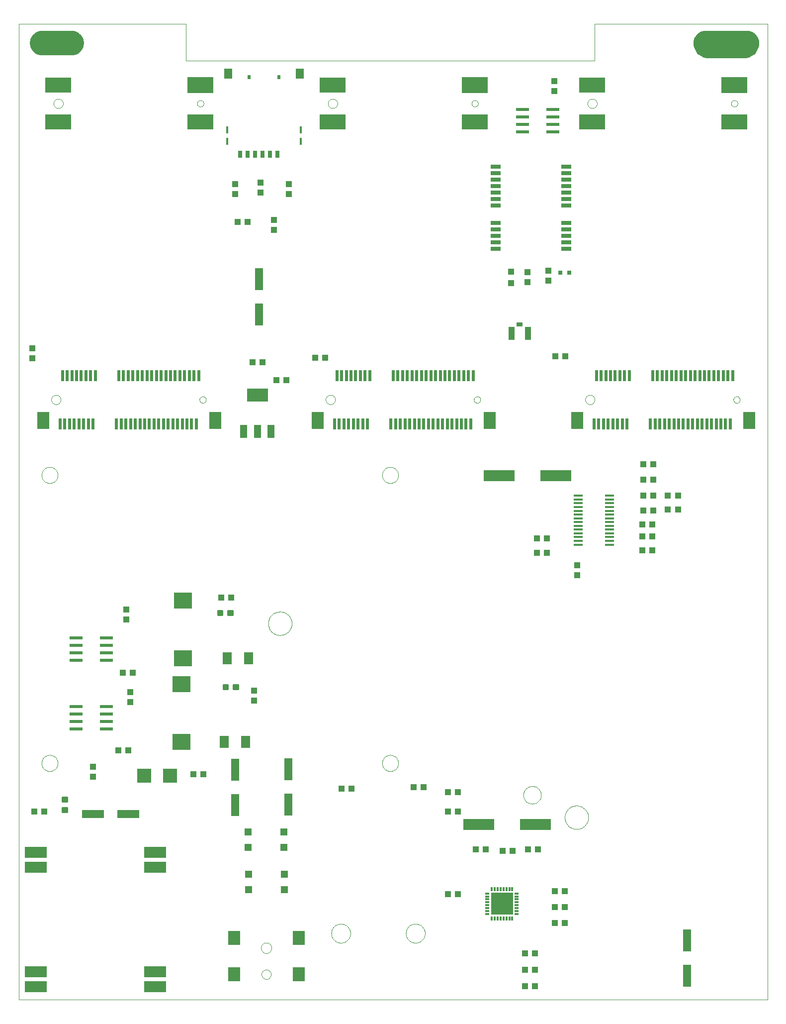
<source format=gtp>
G04 EAGLE Gerber RS-274X export*
G75*
%MOIN*%
%FSLAX34Y34*%
%LPD*%
%INTop solder paste for stencil*%
%IPPOS*%
%AMOC8*
5,1,8,0,0,1.08239X$1,22.5*%
G01*
%ADD10C,0.000000*%
%ADD11R,0.020669X0.074803*%
%ADD12R,0.082677X0.118110*%
%ADD13R,0.177165X0.104331*%
%ADD14R,0.177165X0.105807*%
%ADD15R,0.150000X0.076000*%
%ADD16R,0.086614X0.023622*%
%ADD17R,0.120079X0.110236*%
%ADD18R,0.059055X0.082677*%
%ADD19R,0.094488X0.094488*%
%ADD20R,0.039370X0.043307*%
%ADD21R,0.043307X0.039370*%
%ADD22R,0.047244X0.047244*%
%ADD23R,0.025591X0.045276*%
%ADD24R,0.017717X0.051181*%
%ADD25R,0.055118X0.066929*%
%ADD26R,0.021260X0.031496*%
%ADD27R,0.070866X0.031496*%
%ADD28R,0.055118X0.149606*%
%ADD29R,0.149606X0.055118*%
%ADD30R,0.041339X0.086614*%
%ADD31R,0.039370X0.031496*%
%ADD32R,0.048000X0.088000*%
%ADD33R,0.141732X0.086614*%
%ADD34C,0.011811*%
%ADD35R,0.059055X0.013780*%
%ADD36R,0.031496X0.011811*%
%ADD37R,0.011811X0.031496*%
%ADD38R,0.149606X0.149606*%
%ADD39R,0.210000X0.076000*%
%ADD40R,0.078740X0.094488*%
%ADD41R,0.039370X0.039370*%
%ADD42R,0.031496X0.031496*%

G36*
X48626Y68569D02*
X48626Y68569D01*
X48627Y68569D01*
X48767Y68579D01*
X48770Y68580D01*
X48773Y68580D01*
X48910Y68610D01*
X48913Y68611D01*
X48915Y68611D01*
X49047Y68660D01*
X49049Y68662D01*
X49052Y68663D01*
X49175Y68730D01*
X49177Y68732D01*
X49180Y68733D01*
X49292Y68817D01*
X49294Y68819D01*
X49296Y68821D01*
X49396Y68920D01*
X49397Y68922D01*
X49399Y68924D01*
X49483Y69037D01*
X49485Y69039D01*
X49486Y69041D01*
X49554Y69165D01*
X49555Y69167D01*
X49556Y69170D01*
X49605Y69301D01*
X49606Y69304D01*
X49607Y69306D01*
X49637Y69444D01*
X49637Y69446D01*
X49637Y69449D01*
X49647Y69589D01*
X49647Y69592D01*
X49647Y69595D01*
X49638Y69718D01*
X49637Y69721D01*
X49637Y69724D01*
X49608Y69844D01*
X49607Y69847D01*
X49606Y69850D01*
X49559Y69964D01*
X49557Y69967D01*
X49556Y69970D01*
X49491Y70075D01*
X49489Y70077D01*
X49488Y70080D01*
X49408Y70174D01*
X49405Y70176D01*
X49403Y70178D01*
X49309Y70258D01*
X49307Y70260D01*
X49304Y70262D01*
X49199Y70326D01*
X49196Y70328D01*
X49194Y70329D01*
X49080Y70377D01*
X49077Y70377D01*
X49074Y70378D01*
X48954Y70407D01*
X48951Y70408D01*
X48948Y70408D01*
X48824Y70418D01*
X48823Y70418D01*
X48821Y70418D01*
X46066Y70418D01*
X46064Y70418D01*
X46062Y70418D01*
X45939Y70408D01*
X45936Y70408D01*
X45933Y70407D01*
X45813Y70378D01*
X45810Y70377D01*
X45807Y70377D01*
X45693Y70329D01*
X45691Y70328D01*
X45688Y70326D01*
X45583Y70262D01*
X45580Y70260D01*
X45578Y70258D01*
X45484Y70178D01*
X45482Y70176D01*
X45479Y70174D01*
X45399Y70080D01*
X45398Y70077D01*
X45396Y70075D01*
X45331Y69970D01*
X45330Y69967D01*
X45328Y69964D01*
X45281Y69850D01*
X45280Y69847D01*
X45279Y69844D01*
X45250Y69724D01*
X45250Y69721D01*
X45249Y69718D01*
X45240Y69595D01*
X45240Y69592D01*
X45240Y69589D01*
X45250Y69449D01*
X45250Y69446D01*
X45250Y69444D01*
X45280Y69306D01*
X45281Y69304D01*
X45282Y69301D01*
X45331Y69170D01*
X45332Y69167D01*
X45333Y69165D01*
X45400Y69041D01*
X45402Y69039D01*
X45403Y69037D01*
X45488Y68924D01*
X45490Y68922D01*
X45491Y68920D01*
X45591Y68821D01*
X45593Y68819D01*
X45595Y68817D01*
X45707Y68733D01*
X45709Y68732D01*
X45712Y68730D01*
X45835Y68663D01*
X45838Y68662D01*
X45840Y68660D01*
X45972Y68611D01*
X45974Y68611D01*
X45977Y68610D01*
X46114Y68580D01*
X46117Y68580D01*
X46120Y68579D01*
X46260Y68569D01*
X46261Y68569D01*
X46262Y68569D01*
X48625Y68569D01*
X48626Y68569D01*
G37*
G36*
X3547Y68766D02*
X3547Y68766D01*
X3549Y68766D01*
X3672Y68776D01*
X3675Y68776D01*
X3678Y68777D01*
X3798Y68806D01*
X3799Y68806D01*
X3800Y68806D01*
X3802Y68807D01*
X3804Y68807D01*
X3918Y68855D01*
X3921Y68856D01*
X3923Y68857D01*
X4029Y68922D01*
X4031Y68924D01*
X4034Y68926D01*
X4128Y69006D01*
X4130Y69008D01*
X4132Y69010D01*
X4212Y69104D01*
X4214Y69107D01*
X4216Y69109D01*
X4280Y69214D01*
X4282Y69217D01*
X4283Y69220D01*
X4330Y69334D01*
X4331Y69337D01*
X4332Y69340D01*
X4361Y69460D01*
X4361Y69463D01*
X4362Y69466D01*
X4372Y69589D01*
X4372Y69592D01*
X4372Y69595D01*
X4362Y69718D01*
X4361Y69721D01*
X4361Y69724D01*
X4332Y69844D01*
X4331Y69847D01*
X4330Y69850D01*
X4283Y69964D01*
X4282Y69967D01*
X4280Y69970D01*
X4216Y70075D01*
X4214Y70077D01*
X4212Y70080D01*
X4132Y70174D01*
X4130Y70176D01*
X4128Y70178D01*
X4034Y70258D01*
X4031Y70260D01*
X4029Y70262D01*
X3923Y70326D01*
X3921Y70328D01*
X3918Y70329D01*
X3804Y70377D01*
X3801Y70377D01*
X3798Y70378D01*
X3678Y70407D01*
X3675Y70408D01*
X3672Y70408D01*
X3549Y70418D01*
X3547Y70418D01*
X3546Y70418D01*
X1577Y70418D01*
X1576Y70418D01*
X1574Y70418D01*
X1451Y70408D01*
X1448Y70408D01*
X1445Y70407D01*
X1325Y70378D01*
X1322Y70377D01*
X1319Y70377D01*
X1205Y70329D01*
X1202Y70328D01*
X1200Y70326D01*
X1094Y70262D01*
X1092Y70260D01*
X1089Y70258D01*
X995Y70178D01*
X993Y70176D01*
X991Y70174D01*
X911Y70080D01*
X909Y70077D01*
X907Y70075D01*
X843Y69970D01*
X842Y69967D01*
X840Y69964D01*
X793Y69850D01*
X792Y69847D01*
X791Y69844D01*
X762Y69724D01*
X762Y69721D01*
X761Y69718D01*
X751Y69595D01*
X752Y69592D01*
X751Y69589D01*
X761Y69466D01*
X762Y69463D01*
X762Y69460D01*
X791Y69340D01*
X792Y69337D01*
X793Y69334D01*
X840Y69220D01*
X842Y69217D01*
X843Y69214D01*
X907Y69109D01*
X909Y69107D01*
X911Y69104D01*
X991Y69010D01*
X993Y69008D01*
X995Y69006D01*
X1089Y68926D01*
X1092Y68924D01*
X1094Y68922D01*
X1200Y68857D01*
X1202Y68856D01*
X1205Y68855D01*
X1319Y68807D01*
X1321Y68807D01*
X1323Y68806D01*
X1324Y68806D01*
X1325Y68806D01*
X1445Y68777D01*
X1448Y68776D01*
X1451Y68776D01*
X1574Y68766D01*
X1576Y68766D01*
X1577Y68766D01*
X3546Y68766D01*
X3547Y68766D01*
G37*
D10*
X0Y5512D02*
X50197Y5512D01*
X50197Y70866D01*
X38600Y70866D01*
X11200Y70866D02*
X0Y70866D01*
X0Y5512D01*
X16733Y30709D02*
X16735Y30765D01*
X16741Y30820D01*
X16751Y30874D01*
X16764Y30928D01*
X16782Y30981D01*
X16803Y31032D01*
X16827Y31082D01*
X16855Y31130D01*
X16887Y31176D01*
X16921Y31220D01*
X16959Y31261D01*
X16999Y31299D01*
X17042Y31334D01*
X17087Y31366D01*
X17135Y31395D01*
X17184Y31421D01*
X17235Y31443D01*
X17287Y31461D01*
X17341Y31475D01*
X17396Y31486D01*
X17451Y31493D01*
X17506Y31496D01*
X17562Y31495D01*
X17617Y31490D01*
X17672Y31481D01*
X17726Y31469D01*
X17779Y31452D01*
X17831Y31432D01*
X17881Y31408D01*
X17929Y31381D01*
X17976Y31351D01*
X18020Y31317D01*
X18062Y31280D01*
X18100Y31240D01*
X18137Y31198D01*
X18170Y31153D01*
X18199Y31107D01*
X18226Y31058D01*
X18248Y31007D01*
X18268Y30955D01*
X18283Y30901D01*
X18295Y30847D01*
X18303Y30792D01*
X18307Y30737D01*
X18307Y30681D01*
X18303Y30626D01*
X18295Y30571D01*
X18283Y30517D01*
X18268Y30463D01*
X18248Y30411D01*
X18226Y30360D01*
X18199Y30311D01*
X18170Y30265D01*
X18137Y30220D01*
X18100Y30178D01*
X18062Y30138D01*
X18020Y30101D01*
X17976Y30067D01*
X17929Y30037D01*
X17881Y30010D01*
X17831Y29986D01*
X17779Y29966D01*
X17726Y29949D01*
X17672Y29937D01*
X17617Y29928D01*
X17562Y29923D01*
X17506Y29922D01*
X17451Y29925D01*
X17396Y29932D01*
X17341Y29943D01*
X17287Y29957D01*
X17235Y29975D01*
X17184Y29997D01*
X17135Y30023D01*
X17087Y30052D01*
X17042Y30084D01*
X16999Y30119D01*
X16959Y30157D01*
X16921Y30198D01*
X16887Y30242D01*
X16855Y30288D01*
X16827Y30336D01*
X16803Y30386D01*
X16782Y30437D01*
X16764Y30490D01*
X16751Y30544D01*
X16741Y30598D01*
X16735Y30653D01*
X16733Y30709D01*
X11200Y68400D02*
X11200Y70866D01*
X11200Y68400D02*
X38600Y68400D01*
X38600Y70866D01*
X36615Y17717D02*
X36617Y17773D01*
X36623Y17828D01*
X36633Y17882D01*
X36646Y17936D01*
X36664Y17989D01*
X36685Y18040D01*
X36709Y18090D01*
X36737Y18138D01*
X36769Y18184D01*
X36803Y18228D01*
X36841Y18269D01*
X36881Y18307D01*
X36924Y18342D01*
X36969Y18374D01*
X37017Y18403D01*
X37066Y18429D01*
X37117Y18451D01*
X37169Y18469D01*
X37223Y18483D01*
X37278Y18494D01*
X37333Y18501D01*
X37388Y18504D01*
X37444Y18503D01*
X37499Y18498D01*
X37554Y18489D01*
X37608Y18477D01*
X37661Y18460D01*
X37713Y18440D01*
X37763Y18416D01*
X37811Y18389D01*
X37858Y18359D01*
X37902Y18325D01*
X37944Y18288D01*
X37982Y18248D01*
X38019Y18206D01*
X38052Y18161D01*
X38081Y18115D01*
X38108Y18066D01*
X38130Y18015D01*
X38150Y17963D01*
X38165Y17909D01*
X38177Y17855D01*
X38185Y17800D01*
X38189Y17745D01*
X38189Y17689D01*
X38185Y17634D01*
X38177Y17579D01*
X38165Y17525D01*
X38150Y17471D01*
X38130Y17419D01*
X38108Y17368D01*
X38081Y17319D01*
X38052Y17273D01*
X38019Y17228D01*
X37982Y17186D01*
X37944Y17146D01*
X37902Y17109D01*
X37858Y17075D01*
X37811Y17045D01*
X37763Y17018D01*
X37713Y16994D01*
X37661Y16974D01*
X37608Y16957D01*
X37554Y16945D01*
X37499Y16936D01*
X37444Y16931D01*
X37388Y16930D01*
X37333Y16933D01*
X37278Y16940D01*
X37223Y16951D01*
X37169Y16965D01*
X37117Y16983D01*
X37066Y17005D01*
X37017Y17031D01*
X36969Y17060D01*
X36924Y17092D01*
X36881Y17127D01*
X36841Y17165D01*
X36803Y17206D01*
X36769Y17250D01*
X36737Y17296D01*
X36709Y17344D01*
X36685Y17394D01*
X36664Y17445D01*
X36646Y17498D01*
X36633Y17552D01*
X36623Y17606D01*
X36617Y17661D01*
X36615Y17717D01*
X20585Y45700D02*
X20587Y45735D01*
X20593Y45770D01*
X20603Y45804D01*
X20616Y45837D01*
X20633Y45868D01*
X20654Y45896D01*
X20677Y45923D01*
X20704Y45946D01*
X20732Y45967D01*
X20763Y45984D01*
X20796Y45997D01*
X20830Y46007D01*
X20865Y46013D01*
X20900Y46015D01*
X20935Y46013D01*
X20970Y46007D01*
X21004Y45997D01*
X21037Y45984D01*
X21068Y45967D01*
X21096Y45946D01*
X21123Y45923D01*
X21146Y45896D01*
X21167Y45868D01*
X21184Y45837D01*
X21197Y45804D01*
X21207Y45770D01*
X21213Y45735D01*
X21215Y45700D01*
X21213Y45665D01*
X21207Y45630D01*
X21197Y45596D01*
X21184Y45563D01*
X21167Y45532D01*
X21146Y45504D01*
X21123Y45477D01*
X21096Y45454D01*
X21068Y45433D01*
X21037Y45416D01*
X21004Y45403D01*
X20970Y45393D01*
X20935Y45387D01*
X20900Y45385D01*
X20865Y45387D01*
X20830Y45393D01*
X20796Y45403D01*
X20763Y45416D01*
X20732Y45433D01*
X20704Y45454D01*
X20677Y45477D01*
X20654Y45504D01*
X20633Y45532D01*
X20616Y45563D01*
X20603Y45596D01*
X20593Y45630D01*
X20587Y45665D01*
X20585Y45700D01*
X30526Y45700D02*
X30528Y45729D01*
X30534Y45757D01*
X30543Y45785D01*
X30556Y45811D01*
X30573Y45834D01*
X30592Y45856D01*
X30614Y45875D01*
X30639Y45890D01*
X30665Y45903D01*
X30693Y45911D01*
X30721Y45916D01*
X30750Y45917D01*
X30779Y45914D01*
X30807Y45907D01*
X30834Y45897D01*
X30860Y45883D01*
X30883Y45866D01*
X30904Y45846D01*
X30922Y45823D01*
X30937Y45798D01*
X30948Y45771D01*
X30956Y45743D01*
X30960Y45714D01*
X30960Y45686D01*
X30956Y45657D01*
X30948Y45629D01*
X30937Y45602D01*
X30922Y45577D01*
X30904Y45554D01*
X30883Y45534D01*
X30860Y45517D01*
X30834Y45503D01*
X30807Y45493D01*
X30779Y45486D01*
X30750Y45483D01*
X30721Y45484D01*
X30693Y45489D01*
X30665Y45497D01*
X30639Y45510D01*
X30614Y45525D01*
X30592Y45544D01*
X30573Y45566D01*
X30556Y45589D01*
X30543Y45615D01*
X30534Y45643D01*
X30528Y45671D01*
X30526Y45700D01*
X20742Y65543D02*
X20744Y65578D01*
X20750Y65613D01*
X20760Y65647D01*
X20773Y65680D01*
X20790Y65711D01*
X20811Y65739D01*
X20834Y65766D01*
X20861Y65789D01*
X20889Y65810D01*
X20920Y65827D01*
X20953Y65840D01*
X20987Y65850D01*
X21022Y65856D01*
X21057Y65858D01*
X21092Y65856D01*
X21127Y65850D01*
X21161Y65840D01*
X21194Y65827D01*
X21225Y65810D01*
X21253Y65789D01*
X21280Y65766D01*
X21303Y65739D01*
X21324Y65711D01*
X21341Y65680D01*
X21354Y65647D01*
X21364Y65613D01*
X21370Y65578D01*
X21372Y65543D01*
X21370Y65508D01*
X21364Y65473D01*
X21354Y65439D01*
X21341Y65406D01*
X21324Y65375D01*
X21303Y65347D01*
X21280Y65320D01*
X21253Y65297D01*
X21225Y65276D01*
X21194Y65259D01*
X21161Y65246D01*
X21127Y65236D01*
X21092Y65230D01*
X21057Y65228D01*
X21022Y65230D01*
X20987Y65236D01*
X20953Y65246D01*
X20920Y65259D01*
X20889Y65276D01*
X20861Y65297D01*
X20834Y65320D01*
X20811Y65347D01*
X20790Y65375D01*
X20773Y65406D01*
X20760Y65439D01*
X20750Y65473D01*
X20744Y65508D01*
X20742Y65543D01*
X30368Y65543D02*
X30370Y65572D01*
X30376Y65600D01*
X30385Y65628D01*
X30398Y65654D01*
X30415Y65677D01*
X30434Y65699D01*
X30456Y65718D01*
X30481Y65733D01*
X30507Y65746D01*
X30535Y65754D01*
X30563Y65759D01*
X30592Y65760D01*
X30621Y65757D01*
X30649Y65750D01*
X30676Y65740D01*
X30702Y65726D01*
X30725Y65709D01*
X30746Y65689D01*
X30764Y65666D01*
X30779Y65641D01*
X30790Y65614D01*
X30798Y65586D01*
X30802Y65557D01*
X30802Y65529D01*
X30798Y65500D01*
X30790Y65472D01*
X30779Y65445D01*
X30764Y65420D01*
X30746Y65397D01*
X30725Y65377D01*
X30702Y65360D01*
X30676Y65346D01*
X30649Y65336D01*
X30621Y65329D01*
X30592Y65326D01*
X30563Y65327D01*
X30535Y65332D01*
X30507Y65340D01*
X30481Y65353D01*
X30456Y65368D01*
X30434Y65387D01*
X30415Y65409D01*
X30398Y65432D01*
X30385Y65458D01*
X30376Y65486D01*
X30370Y65514D01*
X30368Y65543D01*
D11*
X21176Y44086D03*
X21491Y44086D03*
X21806Y44086D03*
X22120Y44086D03*
X22435Y44086D03*
X22750Y44086D03*
X23065Y44086D03*
X23380Y44086D03*
X24955Y44086D03*
X25270Y44086D03*
X25585Y44086D03*
X25900Y44086D03*
X26215Y44086D03*
X26530Y44086D03*
X26845Y44086D03*
X27160Y44086D03*
X27475Y44086D03*
X27790Y44086D03*
X28105Y44086D03*
X28420Y44086D03*
X28735Y44086D03*
X29050Y44086D03*
X29365Y44086D03*
X29680Y44086D03*
X29994Y44086D03*
X30309Y44086D03*
D12*
X31589Y44322D03*
X20054Y44327D03*
D11*
X21333Y47314D03*
X21648Y47314D03*
X21963Y47314D03*
X22278Y47314D03*
X22593Y47314D03*
X22908Y47314D03*
X23223Y47314D03*
X23538Y47314D03*
X25113Y47314D03*
X25428Y47314D03*
X25743Y47314D03*
X26057Y47314D03*
X26372Y47314D03*
X26687Y47314D03*
X27002Y47314D03*
X27317Y47314D03*
X27632Y47314D03*
X27947Y47314D03*
X28262Y47314D03*
X28577Y47314D03*
X28892Y47314D03*
X29207Y47314D03*
X29522Y47314D03*
X29837Y47314D03*
X30152Y47314D03*
X30467Y47314D03*
D13*
X21053Y66788D03*
X21053Y64302D03*
D14*
X30585Y66780D03*
D13*
X30580Y64307D03*
D10*
X2185Y45700D02*
X2187Y45735D01*
X2193Y45770D01*
X2203Y45804D01*
X2216Y45837D01*
X2233Y45868D01*
X2254Y45896D01*
X2277Y45923D01*
X2304Y45946D01*
X2332Y45967D01*
X2363Y45984D01*
X2396Y45997D01*
X2430Y46007D01*
X2465Y46013D01*
X2500Y46015D01*
X2535Y46013D01*
X2570Y46007D01*
X2604Y45997D01*
X2637Y45984D01*
X2668Y45967D01*
X2696Y45946D01*
X2723Y45923D01*
X2746Y45896D01*
X2767Y45868D01*
X2784Y45837D01*
X2797Y45804D01*
X2807Y45770D01*
X2813Y45735D01*
X2815Y45700D01*
X2813Y45665D01*
X2807Y45630D01*
X2797Y45596D01*
X2784Y45563D01*
X2767Y45532D01*
X2746Y45504D01*
X2723Y45477D01*
X2696Y45454D01*
X2668Y45433D01*
X2637Y45416D01*
X2604Y45403D01*
X2570Y45393D01*
X2535Y45387D01*
X2500Y45385D01*
X2465Y45387D01*
X2430Y45393D01*
X2396Y45403D01*
X2363Y45416D01*
X2332Y45433D01*
X2304Y45454D01*
X2277Y45477D01*
X2254Y45504D01*
X2233Y45532D01*
X2216Y45563D01*
X2203Y45596D01*
X2193Y45630D01*
X2187Y45665D01*
X2185Y45700D01*
X12126Y45700D02*
X12128Y45729D01*
X12134Y45757D01*
X12143Y45785D01*
X12156Y45811D01*
X12173Y45834D01*
X12192Y45856D01*
X12214Y45875D01*
X12239Y45890D01*
X12265Y45903D01*
X12293Y45911D01*
X12321Y45916D01*
X12350Y45917D01*
X12379Y45914D01*
X12407Y45907D01*
X12434Y45897D01*
X12460Y45883D01*
X12483Y45866D01*
X12504Y45846D01*
X12522Y45823D01*
X12537Y45798D01*
X12548Y45771D01*
X12556Y45743D01*
X12560Y45714D01*
X12560Y45686D01*
X12556Y45657D01*
X12548Y45629D01*
X12537Y45602D01*
X12522Y45577D01*
X12504Y45554D01*
X12483Y45534D01*
X12460Y45517D01*
X12434Y45503D01*
X12407Y45493D01*
X12379Y45486D01*
X12350Y45483D01*
X12321Y45484D01*
X12293Y45489D01*
X12265Y45497D01*
X12239Y45510D01*
X12214Y45525D01*
X12192Y45544D01*
X12173Y45566D01*
X12156Y45589D01*
X12143Y45615D01*
X12134Y45643D01*
X12128Y45671D01*
X12126Y45700D01*
X2342Y65543D02*
X2344Y65578D01*
X2350Y65613D01*
X2360Y65647D01*
X2373Y65680D01*
X2390Y65711D01*
X2411Y65739D01*
X2434Y65766D01*
X2461Y65789D01*
X2489Y65810D01*
X2520Y65827D01*
X2553Y65840D01*
X2587Y65850D01*
X2622Y65856D01*
X2657Y65858D01*
X2692Y65856D01*
X2727Y65850D01*
X2761Y65840D01*
X2794Y65827D01*
X2825Y65810D01*
X2853Y65789D01*
X2880Y65766D01*
X2903Y65739D01*
X2924Y65711D01*
X2941Y65680D01*
X2954Y65647D01*
X2964Y65613D01*
X2970Y65578D01*
X2972Y65543D01*
X2970Y65508D01*
X2964Y65473D01*
X2954Y65439D01*
X2941Y65406D01*
X2924Y65375D01*
X2903Y65347D01*
X2880Y65320D01*
X2853Y65297D01*
X2825Y65276D01*
X2794Y65259D01*
X2761Y65246D01*
X2727Y65236D01*
X2692Y65230D01*
X2657Y65228D01*
X2622Y65230D01*
X2587Y65236D01*
X2553Y65246D01*
X2520Y65259D01*
X2489Y65276D01*
X2461Y65297D01*
X2434Y65320D01*
X2411Y65347D01*
X2390Y65375D01*
X2373Y65406D01*
X2360Y65439D01*
X2350Y65473D01*
X2344Y65508D01*
X2342Y65543D01*
X11968Y65543D02*
X11970Y65572D01*
X11976Y65600D01*
X11985Y65628D01*
X11998Y65654D01*
X12015Y65677D01*
X12034Y65699D01*
X12056Y65718D01*
X12081Y65733D01*
X12107Y65746D01*
X12135Y65754D01*
X12163Y65759D01*
X12192Y65760D01*
X12221Y65757D01*
X12249Y65750D01*
X12276Y65740D01*
X12302Y65726D01*
X12325Y65709D01*
X12346Y65689D01*
X12364Y65666D01*
X12379Y65641D01*
X12390Y65614D01*
X12398Y65586D01*
X12402Y65557D01*
X12402Y65529D01*
X12398Y65500D01*
X12390Y65472D01*
X12379Y65445D01*
X12364Y65420D01*
X12346Y65397D01*
X12325Y65377D01*
X12302Y65360D01*
X12276Y65346D01*
X12249Y65336D01*
X12221Y65329D01*
X12192Y65326D01*
X12163Y65327D01*
X12135Y65332D01*
X12107Y65340D01*
X12081Y65353D01*
X12056Y65368D01*
X12034Y65387D01*
X12015Y65409D01*
X11998Y65432D01*
X11985Y65458D01*
X11976Y65486D01*
X11970Y65514D01*
X11968Y65543D01*
D11*
X2776Y44086D03*
X3091Y44086D03*
X3406Y44086D03*
X3720Y44086D03*
X4035Y44086D03*
X4350Y44086D03*
X4665Y44086D03*
X4980Y44086D03*
X6555Y44086D03*
X6870Y44086D03*
X7185Y44086D03*
X7500Y44086D03*
X7815Y44086D03*
X8130Y44086D03*
X8445Y44086D03*
X8760Y44086D03*
X9075Y44086D03*
X9390Y44086D03*
X9705Y44086D03*
X10020Y44086D03*
X10335Y44086D03*
X10650Y44086D03*
X10965Y44086D03*
X11280Y44086D03*
X11594Y44086D03*
X11909Y44086D03*
D12*
X13189Y44322D03*
X1654Y44327D03*
D11*
X2933Y47314D03*
X3248Y47314D03*
X3563Y47314D03*
X3878Y47314D03*
X4193Y47314D03*
X4508Y47314D03*
X4823Y47314D03*
X5138Y47314D03*
X6713Y47314D03*
X7028Y47314D03*
X7343Y47314D03*
X7657Y47314D03*
X7972Y47314D03*
X8287Y47314D03*
X8602Y47314D03*
X8917Y47314D03*
X9232Y47314D03*
X9547Y47314D03*
X9862Y47314D03*
X10177Y47314D03*
X10492Y47314D03*
X10807Y47314D03*
X11122Y47314D03*
X11437Y47314D03*
X11752Y47314D03*
X12067Y47314D03*
D13*
X2653Y66788D03*
X2653Y64302D03*
D14*
X12185Y66780D03*
D13*
X12180Y64307D03*
D15*
X1134Y15367D03*
X1134Y14367D03*
X1134Y7367D03*
X1134Y6367D03*
X9134Y6367D03*
X9134Y7367D03*
X9134Y14367D03*
X9134Y15367D03*
D16*
X5889Y28750D03*
X3842Y28750D03*
X5889Y28250D03*
X5889Y29250D03*
X5889Y29750D03*
X3842Y28250D03*
X3842Y29250D03*
X3842Y29750D03*
X5889Y24150D03*
X3842Y24150D03*
X5889Y23650D03*
X5889Y24650D03*
X5889Y25150D03*
X3842Y23650D03*
X3842Y24650D03*
X3842Y25150D03*
D10*
X37985Y45700D02*
X37987Y45735D01*
X37993Y45770D01*
X38003Y45804D01*
X38016Y45837D01*
X38033Y45868D01*
X38054Y45896D01*
X38077Y45923D01*
X38104Y45946D01*
X38132Y45967D01*
X38163Y45984D01*
X38196Y45997D01*
X38230Y46007D01*
X38265Y46013D01*
X38300Y46015D01*
X38335Y46013D01*
X38370Y46007D01*
X38404Y45997D01*
X38437Y45984D01*
X38468Y45967D01*
X38496Y45946D01*
X38523Y45923D01*
X38546Y45896D01*
X38567Y45868D01*
X38584Y45837D01*
X38597Y45804D01*
X38607Y45770D01*
X38613Y45735D01*
X38615Y45700D01*
X38613Y45665D01*
X38607Y45630D01*
X38597Y45596D01*
X38584Y45563D01*
X38567Y45532D01*
X38546Y45504D01*
X38523Y45477D01*
X38496Y45454D01*
X38468Y45433D01*
X38437Y45416D01*
X38404Y45403D01*
X38370Y45393D01*
X38335Y45387D01*
X38300Y45385D01*
X38265Y45387D01*
X38230Y45393D01*
X38196Y45403D01*
X38163Y45416D01*
X38132Y45433D01*
X38104Y45454D01*
X38077Y45477D01*
X38054Y45504D01*
X38033Y45532D01*
X38016Y45563D01*
X38003Y45596D01*
X37993Y45630D01*
X37987Y45665D01*
X37985Y45700D01*
X47926Y45700D02*
X47928Y45729D01*
X47934Y45757D01*
X47943Y45785D01*
X47956Y45811D01*
X47973Y45834D01*
X47992Y45856D01*
X48014Y45875D01*
X48039Y45890D01*
X48065Y45903D01*
X48093Y45911D01*
X48121Y45916D01*
X48150Y45917D01*
X48179Y45914D01*
X48207Y45907D01*
X48234Y45897D01*
X48260Y45883D01*
X48283Y45866D01*
X48304Y45846D01*
X48322Y45823D01*
X48337Y45798D01*
X48348Y45771D01*
X48356Y45743D01*
X48360Y45714D01*
X48360Y45686D01*
X48356Y45657D01*
X48348Y45629D01*
X48337Y45602D01*
X48322Y45577D01*
X48304Y45554D01*
X48283Y45534D01*
X48260Y45517D01*
X48234Y45503D01*
X48207Y45493D01*
X48179Y45486D01*
X48150Y45483D01*
X48121Y45484D01*
X48093Y45489D01*
X48065Y45497D01*
X48039Y45510D01*
X48014Y45525D01*
X47992Y45544D01*
X47973Y45566D01*
X47956Y45589D01*
X47943Y45615D01*
X47934Y45643D01*
X47928Y45671D01*
X47926Y45700D01*
X38142Y65543D02*
X38144Y65578D01*
X38150Y65613D01*
X38160Y65647D01*
X38173Y65680D01*
X38190Y65711D01*
X38211Y65739D01*
X38234Y65766D01*
X38261Y65789D01*
X38289Y65810D01*
X38320Y65827D01*
X38353Y65840D01*
X38387Y65850D01*
X38422Y65856D01*
X38457Y65858D01*
X38492Y65856D01*
X38527Y65850D01*
X38561Y65840D01*
X38594Y65827D01*
X38625Y65810D01*
X38653Y65789D01*
X38680Y65766D01*
X38703Y65739D01*
X38724Y65711D01*
X38741Y65680D01*
X38754Y65647D01*
X38764Y65613D01*
X38770Y65578D01*
X38772Y65543D01*
X38770Y65508D01*
X38764Y65473D01*
X38754Y65439D01*
X38741Y65406D01*
X38724Y65375D01*
X38703Y65347D01*
X38680Y65320D01*
X38653Y65297D01*
X38625Y65276D01*
X38594Y65259D01*
X38561Y65246D01*
X38527Y65236D01*
X38492Y65230D01*
X38457Y65228D01*
X38422Y65230D01*
X38387Y65236D01*
X38353Y65246D01*
X38320Y65259D01*
X38289Y65276D01*
X38261Y65297D01*
X38234Y65320D01*
X38211Y65347D01*
X38190Y65375D01*
X38173Y65406D01*
X38160Y65439D01*
X38150Y65473D01*
X38144Y65508D01*
X38142Y65543D01*
X47768Y65543D02*
X47770Y65572D01*
X47776Y65600D01*
X47785Y65628D01*
X47798Y65654D01*
X47815Y65677D01*
X47834Y65699D01*
X47856Y65718D01*
X47881Y65733D01*
X47907Y65746D01*
X47935Y65754D01*
X47963Y65759D01*
X47992Y65760D01*
X48021Y65757D01*
X48049Y65750D01*
X48076Y65740D01*
X48102Y65726D01*
X48125Y65709D01*
X48146Y65689D01*
X48164Y65666D01*
X48179Y65641D01*
X48190Y65614D01*
X48198Y65586D01*
X48202Y65557D01*
X48202Y65529D01*
X48198Y65500D01*
X48190Y65472D01*
X48179Y65445D01*
X48164Y65420D01*
X48146Y65397D01*
X48125Y65377D01*
X48102Y65360D01*
X48076Y65346D01*
X48049Y65336D01*
X48021Y65329D01*
X47992Y65326D01*
X47963Y65327D01*
X47935Y65332D01*
X47907Y65340D01*
X47881Y65353D01*
X47856Y65368D01*
X47834Y65387D01*
X47815Y65409D01*
X47798Y65432D01*
X47785Y65458D01*
X47776Y65486D01*
X47770Y65514D01*
X47768Y65543D01*
D11*
X38576Y44086D03*
X38891Y44086D03*
X39206Y44086D03*
X39520Y44086D03*
X39835Y44086D03*
X40150Y44086D03*
X40465Y44086D03*
X40780Y44086D03*
X42355Y44086D03*
X42670Y44086D03*
X42985Y44086D03*
X43300Y44086D03*
X43615Y44086D03*
X43930Y44086D03*
X44245Y44086D03*
X44560Y44086D03*
X44875Y44086D03*
X45190Y44086D03*
X45505Y44086D03*
X45820Y44086D03*
X46135Y44086D03*
X46450Y44086D03*
X46765Y44086D03*
X47080Y44086D03*
X47394Y44086D03*
X47709Y44086D03*
D12*
X48989Y44322D03*
X37454Y44327D03*
D11*
X38733Y47314D03*
X39048Y47314D03*
X39363Y47314D03*
X39678Y47314D03*
X39993Y47314D03*
X40308Y47314D03*
X40623Y47314D03*
X40938Y47314D03*
X42513Y47314D03*
X42828Y47314D03*
X43143Y47314D03*
X43457Y47314D03*
X43772Y47314D03*
X44087Y47314D03*
X44402Y47314D03*
X44717Y47314D03*
X45032Y47314D03*
X45347Y47314D03*
X45662Y47314D03*
X45977Y47314D03*
X46292Y47314D03*
X46607Y47314D03*
X46922Y47314D03*
X47237Y47314D03*
X47552Y47314D03*
X47867Y47314D03*
D13*
X38453Y66788D03*
X38453Y64302D03*
D14*
X47985Y66780D03*
D13*
X47980Y64307D03*
D17*
X10900Y22771D03*
X10900Y26629D03*
D18*
X15209Y22769D03*
X13792Y22769D03*
X15409Y28369D03*
X13992Y28369D03*
D17*
X11000Y28371D03*
X11000Y32229D03*
D19*
X8400Y20500D03*
X10132Y20500D03*
D20*
X7467Y25431D03*
X7467Y26100D03*
X7200Y30965D03*
X7200Y31635D03*
D21*
X6665Y22200D03*
X7335Y22200D03*
X6965Y27400D03*
X7635Y27400D03*
X11699Y20597D03*
X12369Y20597D03*
D20*
X4968Y20432D03*
X4968Y21102D03*
D21*
X19865Y48500D03*
X20535Y48500D03*
X35965Y48600D03*
X36635Y48600D03*
D20*
X900Y49135D03*
X900Y48465D03*
D10*
X20960Y9950D02*
X20962Y10000D01*
X20968Y10050D01*
X20978Y10099D01*
X20991Y10148D01*
X21009Y10195D01*
X21030Y10241D01*
X21054Y10284D01*
X21082Y10326D01*
X21113Y10366D01*
X21147Y10403D01*
X21184Y10437D01*
X21224Y10468D01*
X21266Y10496D01*
X21309Y10520D01*
X21355Y10541D01*
X21402Y10559D01*
X21451Y10572D01*
X21500Y10582D01*
X21550Y10588D01*
X21600Y10590D01*
X21650Y10588D01*
X21700Y10582D01*
X21749Y10572D01*
X21798Y10559D01*
X21845Y10541D01*
X21891Y10520D01*
X21934Y10496D01*
X21976Y10468D01*
X22016Y10437D01*
X22053Y10403D01*
X22087Y10366D01*
X22118Y10326D01*
X22146Y10284D01*
X22170Y10241D01*
X22191Y10195D01*
X22209Y10148D01*
X22222Y10099D01*
X22232Y10050D01*
X22238Y10000D01*
X22240Y9950D01*
X22238Y9900D01*
X22232Y9850D01*
X22222Y9801D01*
X22209Y9752D01*
X22191Y9705D01*
X22170Y9659D01*
X22146Y9616D01*
X22118Y9574D01*
X22087Y9534D01*
X22053Y9497D01*
X22016Y9463D01*
X21976Y9432D01*
X21934Y9404D01*
X21891Y9380D01*
X21845Y9359D01*
X21798Y9341D01*
X21749Y9328D01*
X21700Y9318D01*
X21650Y9312D01*
X21600Y9310D01*
X21550Y9312D01*
X21500Y9318D01*
X21451Y9328D01*
X21402Y9341D01*
X21355Y9359D01*
X21309Y9380D01*
X21266Y9404D01*
X21224Y9432D01*
X21184Y9463D01*
X21147Y9497D01*
X21113Y9534D01*
X21082Y9574D01*
X21054Y9616D01*
X21030Y9659D01*
X21009Y9705D01*
X20991Y9752D01*
X20978Y9801D01*
X20968Y9850D01*
X20962Y9900D01*
X20960Y9950D01*
X25960Y9950D02*
X25962Y10000D01*
X25968Y10050D01*
X25978Y10099D01*
X25991Y10148D01*
X26009Y10195D01*
X26030Y10241D01*
X26054Y10284D01*
X26082Y10326D01*
X26113Y10366D01*
X26147Y10403D01*
X26184Y10437D01*
X26224Y10468D01*
X26266Y10496D01*
X26309Y10520D01*
X26355Y10541D01*
X26402Y10559D01*
X26451Y10572D01*
X26500Y10582D01*
X26550Y10588D01*
X26600Y10590D01*
X26650Y10588D01*
X26700Y10582D01*
X26749Y10572D01*
X26798Y10559D01*
X26845Y10541D01*
X26891Y10520D01*
X26934Y10496D01*
X26976Y10468D01*
X27016Y10437D01*
X27053Y10403D01*
X27087Y10366D01*
X27118Y10326D01*
X27146Y10284D01*
X27170Y10241D01*
X27191Y10195D01*
X27209Y10148D01*
X27222Y10099D01*
X27232Y10050D01*
X27238Y10000D01*
X27240Y9950D01*
X27238Y9900D01*
X27232Y9850D01*
X27222Y9801D01*
X27209Y9752D01*
X27191Y9705D01*
X27170Y9659D01*
X27146Y9616D01*
X27118Y9574D01*
X27087Y9534D01*
X27053Y9497D01*
X27016Y9463D01*
X26976Y9432D01*
X26934Y9404D01*
X26891Y9380D01*
X26845Y9359D01*
X26798Y9341D01*
X26749Y9328D01*
X26700Y9318D01*
X26650Y9312D01*
X26600Y9310D01*
X26550Y9312D01*
X26500Y9318D01*
X26451Y9328D01*
X26402Y9341D01*
X26355Y9359D01*
X26309Y9380D01*
X26266Y9404D01*
X26224Y9432D01*
X26184Y9463D01*
X26147Y9497D01*
X26113Y9534D01*
X26082Y9574D01*
X26054Y9616D01*
X26030Y9659D01*
X26009Y9705D01*
X25991Y9752D01*
X25978Y9801D01*
X25968Y9850D01*
X25962Y9900D01*
X25960Y9950D01*
D21*
X29435Y18100D03*
X28765Y18100D03*
D20*
X28765Y19400D03*
X29435Y19400D03*
D22*
X15366Y15722D03*
X15366Y16745D03*
X17767Y16745D03*
X17767Y15722D03*
X15399Y12888D03*
X15399Y13912D03*
X17801Y13912D03*
X17801Y12888D03*
D23*
X15359Y62142D03*
X16359Y62142D03*
X17359Y62142D03*
X14859Y62142D03*
X15859Y62142D03*
X16859Y62142D03*
D24*
X13975Y62996D03*
X13975Y63783D03*
D25*
X14040Y67547D03*
X18847Y67547D03*
D24*
X18912Y63783D03*
X18912Y62996D03*
D26*
X17443Y67319D03*
X15443Y67319D03*
D27*
X36701Y55805D03*
X36701Y56238D03*
X36701Y56671D03*
X36701Y57104D03*
X36701Y57537D03*
X36701Y58718D03*
X36701Y59151D03*
X36701Y59584D03*
X36701Y60017D03*
X36701Y60451D03*
X36701Y60884D03*
X36701Y61317D03*
X31977Y55805D03*
X31977Y56238D03*
X31977Y56671D03*
X31977Y57104D03*
X31977Y57537D03*
X31977Y58718D03*
X31977Y59151D03*
X31977Y59584D03*
X31977Y60017D03*
X31977Y60451D03*
X31977Y60884D03*
X31977Y61317D03*
D28*
X18076Y18569D03*
X18076Y20931D03*
X14499Y18552D03*
X14499Y20914D03*
D29*
X7349Y17934D03*
X4987Y17934D03*
D30*
X33052Y50144D03*
X34135Y50144D03*
D31*
X33594Y50744D03*
D20*
X35900Y67035D03*
X35900Y66365D03*
D21*
X16200Y59565D03*
X16200Y60235D03*
X18100Y59465D03*
X18100Y60135D03*
X17100Y57065D03*
X17100Y57735D03*
D20*
X14665Y57600D03*
X15335Y57600D03*
X14500Y59465D03*
X14500Y60135D03*
D32*
X15090Y43580D03*
X16000Y43580D03*
X16910Y43580D03*
D33*
X16000Y46020D03*
D21*
X17265Y47000D03*
X17935Y47000D03*
X15665Y48200D03*
X16335Y48200D03*
D34*
X14421Y26587D02*
X14421Y26311D01*
X14421Y26587D02*
X14697Y26587D01*
X14697Y26311D01*
X14421Y26311D01*
X14421Y26423D02*
X14697Y26423D01*
X14697Y26535D02*
X14421Y26535D01*
X13730Y26587D02*
X13730Y26311D01*
X13730Y26587D02*
X14006Y26587D01*
X14006Y26311D01*
X13730Y26311D01*
X13730Y26423D02*
X14006Y26423D01*
X14006Y26535D02*
X13730Y26535D01*
X14059Y31271D02*
X14059Y31547D01*
X14335Y31547D01*
X14335Y31271D01*
X14059Y31271D01*
X14059Y31383D02*
X14335Y31383D01*
X14335Y31495D02*
X14059Y31495D01*
X13369Y31547D02*
X13369Y31271D01*
X13369Y31547D02*
X13645Y31547D01*
X13645Y31271D01*
X13369Y31271D01*
X13369Y31383D02*
X13645Y31383D01*
X13645Y31495D02*
X13369Y31495D01*
D20*
X1050Y18109D03*
X1720Y18109D03*
D21*
X15770Y25543D03*
X15770Y26212D03*
D20*
X13584Y32434D03*
X14253Y32434D03*
D34*
X3231Y18360D02*
X2955Y18360D01*
X3231Y18360D02*
X3231Y18084D01*
X2955Y18084D01*
X2955Y18360D01*
X2955Y18196D02*
X3231Y18196D01*
X3231Y18308D02*
X2955Y18308D01*
X2955Y19051D02*
X3231Y19051D01*
X3231Y18775D01*
X2955Y18775D01*
X2955Y19051D01*
X2955Y18887D02*
X3231Y18887D01*
X3231Y18999D02*
X2955Y18999D01*
D10*
X1535Y40647D02*
X1537Y40693D01*
X1543Y40738D01*
X1552Y40783D01*
X1566Y40827D01*
X1583Y40870D01*
X1604Y40911D01*
X1628Y40950D01*
X1655Y40987D01*
X1685Y41021D01*
X1719Y41053D01*
X1754Y41082D01*
X1792Y41108D01*
X1832Y41130D01*
X1874Y41149D01*
X1918Y41164D01*
X1962Y41176D01*
X2007Y41184D01*
X2053Y41188D01*
X2099Y41188D01*
X2145Y41184D01*
X2190Y41176D01*
X2234Y41164D01*
X2278Y41149D01*
X2320Y41130D01*
X2360Y41108D01*
X2398Y41082D01*
X2433Y41053D01*
X2467Y41021D01*
X2497Y40987D01*
X2524Y40950D01*
X2548Y40911D01*
X2569Y40870D01*
X2586Y40827D01*
X2600Y40783D01*
X2609Y40738D01*
X2615Y40693D01*
X2617Y40647D01*
X2615Y40601D01*
X2609Y40556D01*
X2600Y40511D01*
X2586Y40467D01*
X2569Y40424D01*
X2548Y40383D01*
X2524Y40344D01*
X2497Y40307D01*
X2467Y40273D01*
X2433Y40241D01*
X2398Y40212D01*
X2360Y40186D01*
X2320Y40164D01*
X2278Y40145D01*
X2234Y40130D01*
X2190Y40118D01*
X2145Y40110D01*
X2099Y40106D01*
X2053Y40106D01*
X2007Y40110D01*
X1962Y40118D01*
X1918Y40130D01*
X1874Y40145D01*
X1832Y40164D01*
X1792Y40186D01*
X1754Y40212D01*
X1719Y40241D01*
X1685Y40273D01*
X1655Y40307D01*
X1628Y40344D01*
X1604Y40383D01*
X1583Y40424D01*
X1566Y40467D01*
X1552Y40511D01*
X1543Y40556D01*
X1537Y40601D01*
X1535Y40647D01*
X24369Y40647D02*
X24371Y40693D01*
X24377Y40738D01*
X24386Y40783D01*
X24400Y40827D01*
X24417Y40870D01*
X24438Y40911D01*
X24462Y40950D01*
X24489Y40987D01*
X24519Y41021D01*
X24553Y41053D01*
X24588Y41082D01*
X24626Y41108D01*
X24666Y41130D01*
X24708Y41149D01*
X24752Y41164D01*
X24796Y41176D01*
X24841Y41184D01*
X24887Y41188D01*
X24933Y41188D01*
X24979Y41184D01*
X25024Y41176D01*
X25068Y41164D01*
X25112Y41149D01*
X25154Y41130D01*
X25194Y41108D01*
X25232Y41082D01*
X25267Y41053D01*
X25301Y41021D01*
X25331Y40987D01*
X25358Y40950D01*
X25382Y40911D01*
X25403Y40870D01*
X25420Y40827D01*
X25434Y40783D01*
X25443Y40738D01*
X25449Y40693D01*
X25451Y40647D01*
X25449Y40601D01*
X25443Y40556D01*
X25434Y40511D01*
X25420Y40467D01*
X25403Y40424D01*
X25382Y40383D01*
X25358Y40344D01*
X25331Y40307D01*
X25301Y40273D01*
X25267Y40241D01*
X25232Y40212D01*
X25194Y40186D01*
X25154Y40164D01*
X25112Y40145D01*
X25068Y40130D01*
X25024Y40118D01*
X24979Y40110D01*
X24933Y40106D01*
X24887Y40106D01*
X24841Y40110D01*
X24796Y40118D01*
X24752Y40130D01*
X24708Y40145D01*
X24666Y40164D01*
X24626Y40186D01*
X24588Y40212D01*
X24553Y40241D01*
X24519Y40273D01*
X24489Y40307D01*
X24462Y40344D01*
X24438Y40383D01*
X24417Y40424D01*
X24400Y40467D01*
X24386Y40511D01*
X24377Y40556D01*
X24371Y40601D01*
X24369Y40647D01*
X1535Y21356D02*
X1537Y21402D01*
X1543Y21447D01*
X1552Y21492D01*
X1566Y21536D01*
X1583Y21579D01*
X1604Y21620D01*
X1628Y21659D01*
X1655Y21696D01*
X1685Y21730D01*
X1719Y21762D01*
X1754Y21791D01*
X1792Y21817D01*
X1832Y21839D01*
X1874Y21858D01*
X1918Y21873D01*
X1962Y21885D01*
X2007Y21893D01*
X2053Y21897D01*
X2099Y21897D01*
X2145Y21893D01*
X2190Y21885D01*
X2234Y21873D01*
X2278Y21858D01*
X2320Y21839D01*
X2360Y21817D01*
X2398Y21791D01*
X2433Y21762D01*
X2467Y21730D01*
X2497Y21696D01*
X2524Y21659D01*
X2548Y21620D01*
X2569Y21579D01*
X2586Y21536D01*
X2600Y21492D01*
X2609Y21447D01*
X2615Y21402D01*
X2617Y21356D01*
X2615Y21310D01*
X2609Y21265D01*
X2600Y21220D01*
X2586Y21176D01*
X2569Y21133D01*
X2548Y21092D01*
X2524Y21053D01*
X2497Y21016D01*
X2467Y20982D01*
X2433Y20950D01*
X2398Y20921D01*
X2360Y20895D01*
X2320Y20873D01*
X2278Y20854D01*
X2234Y20839D01*
X2190Y20827D01*
X2145Y20819D01*
X2099Y20815D01*
X2053Y20815D01*
X2007Y20819D01*
X1962Y20827D01*
X1918Y20839D01*
X1874Y20854D01*
X1832Y20873D01*
X1792Y20895D01*
X1754Y20921D01*
X1719Y20950D01*
X1685Y20982D01*
X1655Y21016D01*
X1628Y21053D01*
X1604Y21092D01*
X1583Y21133D01*
X1566Y21176D01*
X1552Y21220D01*
X1543Y21265D01*
X1537Y21310D01*
X1535Y21356D01*
X24369Y21356D02*
X24371Y21402D01*
X24377Y21447D01*
X24386Y21492D01*
X24400Y21536D01*
X24417Y21579D01*
X24438Y21620D01*
X24462Y21659D01*
X24489Y21696D01*
X24519Y21730D01*
X24553Y21762D01*
X24588Y21791D01*
X24626Y21817D01*
X24666Y21839D01*
X24708Y21858D01*
X24752Y21873D01*
X24796Y21885D01*
X24841Y21893D01*
X24887Y21897D01*
X24933Y21897D01*
X24979Y21893D01*
X25024Y21885D01*
X25068Y21873D01*
X25112Y21858D01*
X25154Y21839D01*
X25194Y21817D01*
X25232Y21791D01*
X25267Y21762D01*
X25301Y21730D01*
X25331Y21696D01*
X25358Y21659D01*
X25382Y21620D01*
X25403Y21579D01*
X25420Y21536D01*
X25434Y21492D01*
X25443Y21447D01*
X25449Y21402D01*
X25451Y21356D01*
X25449Y21310D01*
X25443Y21265D01*
X25434Y21220D01*
X25420Y21176D01*
X25403Y21133D01*
X25382Y21092D01*
X25358Y21053D01*
X25331Y21016D01*
X25301Y20982D01*
X25267Y20950D01*
X25232Y20921D01*
X25194Y20895D01*
X25154Y20873D01*
X25112Y20854D01*
X25068Y20839D01*
X25024Y20827D01*
X24979Y20819D01*
X24933Y20815D01*
X24887Y20815D01*
X24841Y20819D01*
X24796Y20827D01*
X24752Y20839D01*
X24708Y20854D01*
X24666Y20873D01*
X24626Y20895D01*
X24588Y20921D01*
X24553Y20950D01*
X24519Y20982D01*
X24489Y21016D01*
X24462Y21053D01*
X24438Y21092D01*
X24417Y21133D01*
X24400Y21176D01*
X24386Y21220D01*
X24377Y21265D01*
X24371Y21310D01*
X24369Y21356D01*
D35*
X39627Y37504D03*
X37501Y37504D03*
X39627Y37748D03*
X37501Y37756D03*
X37501Y37252D03*
X39627Y37252D03*
X39627Y37000D03*
X37501Y37000D03*
X37501Y38008D03*
X37501Y38260D03*
X39627Y38008D03*
X39627Y38260D03*
X39627Y36748D03*
X39627Y38512D03*
X37501Y38512D03*
X37501Y36748D03*
X39627Y36496D03*
X37501Y36496D03*
X37501Y38764D03*
X39627Y38764D03*
X39627Y39016D03*
X37501Y39016D03*
X37501Y36244D03*
X39627Y36244D03*
X39627Y35992D03*
X37501Y35992D03*
X37501Y39268D03*
X39627Y39268D03*
D21*
X34729Y35430D03*
X35399Y35430D03*
X34729Y36397D03*
X35399Y36397D03*
X42531Y40330D03*
X41862Y40330D03*
X42531Y41363D03*
X41862Y41363D03*
X43528Y38330D03*
X44198Y38330D03*
X43528Y39264D03*
X44198Y39264D03*
X37436Y33929D03*
X37436Y34599D03*
D20*
X42464Y35597D03*
X41795Y35597D03*
X42531Y38264D03*
X41862Y38264D03*
X42531Y39263D03*
X41862Y39263D03*
X41795Y36530D03*
X42464Y36530D03*
X41795Y37330D03*
X42464Y37330D03*
D36*
X33387Y11246D03*
X33387Y11443D03*
X33387Y11640D03*
X33387Y11837D03*
X33387Y12034D03*
X33387Y12230D03*
X33387Y12427D03*
X33387Y12624D03*
D37*
X33092Y12919D03*
X32895Y12919D03*
X32698Y12919D03*
X32502Y12919D03*
X32305Y12919D03*
X32108Y12919D03*
X31911Y12919D03*
X31714Y12919D03*
D36*
X31419Y12624D03*
X31419Y12427D03*
X31419Y12230D03*
X31419Y12034D03*
X31419Y11837D03*
X31419Y11640D03*
X31419Y11443D03*
X31419Y11246D03*
D37*
X31714Y10951D03*
X31911Y10951D03*
X32108Y10951D03*
X32305Y10951D03*
X32502Y10951D03*
X32698Y10951D03*
X32895Y10951D03*
X33092Y10951D03*
D38*
X32403Y11935D03*
D20*
X22304Y19635D03*
X21635Y19635D03*
X27133Y19737D03*
X26464Y19737D03*
D21*
X29438Y12569D03*
X28769Y12569D03*
X35935Y12768D03*
X36604Y12768D03*
X35935Y11702D03*
X36604Y11702D03*
D20*
X33935Y6402D03*
X34604Y6402D03*
X33935Y7502D03*
X34604Y7502D03*
X35935Y10635D03*
X36604Y10635D03*
D21*
X34604Y8602D03*
X33935Y8602D03*
D39*
X32203Y40597D03*
X36003Y40597D03*
X30836Y17235D03*
X34636Y17235D03*
D21*
X34803Y15564D03*
X34134Y15564D03*
X30630Y15570D03*
X31300Y15570D03*
D20*
X32435Y15468D03*
X33104Y15468D03*
D10*
X33839Y19218D02*
X33841Y19266D01*
X33847Y19314D01*
X33857Y19361D01*
X33870Y19407D01*
X33888Y19452D01*
X33908Y19496D01*
X33933Y19538D01*
X33961Y19577D01*
X33991Y19614D01*
X34025Y19648D01*
X34062Y19680D01*
X34100Y19709D01*
X34141Y19734D01*
X34184Y19756D01*
X34229Y19774D01*
X34275Y19788D01*
X34322Y19799D01*
X34370Y19806D01*
X34418Y19809D01*
X34466Y19808D01*
X34514Y19803D01*
X34562Y19794D01*
X34608Y19782D01*
X34653Y19765D01*
X34697Y19745D01*
X34739Y19722D01*
X34779Y19695D01*
X34817Y19665D01*
X34852Y19632D01*
X34884Y19596D01*
X34914Y19558D01*
X34940Y19517D01*
X34962Y19474D01*
X34982Y19430D01*
X34997Y19385D01*
X35009Y19338D01*
X35017Y19290D01*
X35021Y19242D01*
X35021Y19194D01*
X35017Y19146D01*
X35009Y19098D01*
X34997Y19051D01*
X34982Y19006D01*
X34962Y18962D01*
X34940Y18919D01*
X34914Y18878D01*
X34884Y18840D01*
X34852Y18804D01*
X34817Y18771D01*
X34779Y18741D01*
X34739Y18714D01*
X34697Y18691D01*
X34653Y18671D01*
X34608Y18654D01*
X34562Y18642D01*
X34514Y18633D01*
X34466Y18628D01*
X34418Y18627D01*
X34370Y18630D01*
X34322Y18637D01*
X34275Y18648D01*
X34229Y18662D01*
X34184Y18680D01*
X34141Y18702D01*
X34100Y18727D01*
X34062Y18756D01*
X34025Y18788D01*
X33991Y18822D01*
X33961Y18859D01*
X33933Y18898D01*
X33908Y18940D01*
X33888Y18984D01*
X33870Y19029D01*
X33857Y19075D01*
X33847Y19122D01*
X33841Y19170D01*
X33839Y19218D01*
D40*
X14435Y7200D03*
X14435Y9641D03*
X18765Y9641D03*
X18765Y7200D03*
D10*
X16285Y7200D02*
X16287Y7235D01*
X16293Y7270D01*
X16303Y7304D01*
X16316Y7337D01*
X16333Y7368D01*
X16354Y7396D01*
X16377Y7423D01*
X16404Y7446D01*
X16432Y7467D01*
X16463Y7484D01*
X16496Y7497D01*
X16530Y7507D01*
X16565Y7513D01*
X16600Y7515D01*
X16635Y7513D01*
X16670Y7507D01*
X16704Y7497D01*
X16737Y7484D01*
X16768Y7467D01*
X16796Y7446D01*
X16823Y7423D01*
X16846Y7396D01*
X16867Y7368D01*
X16884Y7337D01*
X16897Y7304D01*
X16907Y7270D01*
X16913Y7235D01*
X16915Y7200D01*
X16913Y7165D01*
X16907Y7130D01*
X16897Y7096D01*
X16884Y7063D01*
X16867Y7032D01*
X16846Y7004D01*
X16823Y6977D01*
X16796Y6954D01*
X16768Y6933D01*
X16737Y6916D01*
X16704Y6903D01*
X16670Y6893D01*
X16635Y6887D01*
X16600Y6885D01*
X16565Y6887D01*
X16530Y6893D01*
X16496Y6903D01*
X16463Y6916D01*
X16432Y6933D01*
X16404Y6954D01*
X16377Y6977D01*
X16354Y7004D01*
X16333Y7032D01*
X16316Y7063D01*
X16303Y7096D01*
X16293Y7130D01*
X16287Y7165D01*
X16285Y7200D01*
X16246Y8972D02*
X16248Y9009D01*
X16254Y9046D01*
X16263Y9081D01*
X16277Y9116D01*
X16293Y9149D01*
X16314Y9180D01*
X16337Y9209D01*
X16363Y9235D01*
X16392Y9258D01*
X16423Y9279D01*
X16456Y9295D01*
X16491Y9309D01*
X16526Y9318D01*
X16563Y9324D01*
X16600Y9326D01*
X16637Y9324D01*
X16674Y9318D01*
X16709Y9309D01*
X16744Y9295D01*
X16777Y9279D01*
X16808Y9258D01*
X16837Y9235D01*
X16863Y9209D01*
X16886Y9180D01*
X16907Y9149D01*
X16923Y9116D01*
X16937Y9081D01*
X16946Y9046D01*
X16952Y9009D01*
X16954Y8972D01*
X16952Y8935D01*
X16946Y8898D01*
X16937Y8863D01*
X16923Y8828D01*
X16907Y8795D01*
X16886Y8764D01*
X16863Y8735D01*
X16837Y8709D01*
X16808Y8686D01*
X16777Y8665D01*
X16744Y8649D01*
X16709Y8635D01*
X16674Y8626D01*
X16637Y8620D01*
X16600Y8618D01*
X16563Y8620D01*
X16526Y8626D01*
X16491Y8635D01*
X16456Y8649D01*
X16423Y8665D01*
X16392Y8686D01*
X16363Y8709D01*
X16337Y8735D01*
X16314Y8764D01*
X16293Y8795D01*
X16277Y8828D01*
X16263Y8863D01*
X16254Y8898D01*
X16248Y8935D01*
X16246Y8972D01*
D41*
X33000Y54294D03*
X33000Y53506D03*
D21*
X34100Y54235D03*
X34100Y53565D03*
D16*
X33776Y64650D03*
X35824Y64650D03*
X33776Y65150D03*
X33776Y64150D03*
X33776Y63650D03*
X35824Y65150D03*
X35824Y64150D03*
X35824Y63650D03*
D42*
X36895Y54200D03*
X36305Y54200D03*
D21*
X35500Y54335D03*
X35500Y53665D03*
D28*
X44800Y9481D03*
X44800Y7119D03*
X16100Y53781D03*
X16100Y51419D03*
M02*

</source>
